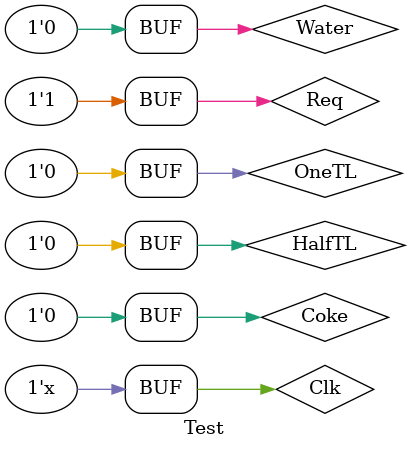
<source format=v>
`timescale 1ns / 1ps


module Test;

	// Inputs
	reg Req;
	reg OneTL;
	reg HalfTL;
	reg Coke;
	reg Water;
	reg Clk;

	// Outputs
	wire Change1;
	wire Change05;
	wire G_Coke;
	wire G_Water;

	// Instantiate the Unit Under Test (UUT)
	VendingMachine uut (
		.Req(Req), 
		.OneTL(OneTL), 
		.HalfTL(HalfTL), 
		.Change1(Change1), 
		.Change05(Change05), 
		.Coke(Coke), 
		.Water(Water), 
		.Clk(Clk), 
		.G_Coke(G_Coke), 
		.G_Water(G_Water)
	);

	initial begin
		// 0,5 Lira Water.
		Req = 1;
		OneTL = 0;
		HalfTL = 0;
		Coke = 0;
		Water = 0;
		Clk = 0;
		#10;
		Req = 0;
		OneTL = 0;
		HalfTL = 1;
		Coke = 0;
		Water = 0;
		#10;
		Req = 0;
		OneTL = 0;
		HalfTL = 0;
		Coke = 0;
		Water = 1;
		#10;
		// 1 Lira Coke.
		Req = 1;
		OneTL = 0;
		HalfTL = 0;
		Coke = 0;
		Water = 0;
		#10;
		Req = 0;
		OneTL = 1;
		HalfTL = 0;
		Coke = 0;
		Water = 0;
		#10;
		Req = 0;
		OneTL = 0;
		HalfTL = 0;
		Coke = 1;
		Water = 0;
		#10;
		// 2 Lira Water.
		Req = 1;
		OneTL = 0;
		HalfTL = 0;
		Coke = 0;
		Water = 0;
		#10;
		Req = 0;
		OneTL = 1;
		HalfTL = 0;
		Coke = 0;
		Water = 0;
		#10;
		Req = 0;
		OneTL = 1;
		HalfTL = 0;
		Coke = 0;
		Water = 0;
		#10;
		Req = 0;
		OneTL = 0;
		HalfTL = 0;
		Coke = 0;
		Water = 1;
		#10;
		// 2 Lira Water.
		Req = 1;
		OneTL = 0;
		HalfTL = 0;
		Coke = 0;
		Water = 0;
		#10;
		Req = 0;
		OneTL = 0;
		HalfTL = 1;
		Coke = 0;
		Water = 0;
		#10;
		Req = 0;
		OneTL = 1;
		HalfTL = 0;
		Coke = 0;
		Water = 0;
		#10;
		Req = 0;
		OneTL = 0;
		HalfTL = 1;
		Coke = 0;
		Water = 0;
		#10;
		Req = 0;
		OneTL = 0;
		HalfTL = 0;
		Coke = 0;
		Water = 1;
		#10;
		// 1,5 Lira Water.
		Req = 1;
		OneTL = 0;
		HalfTL = 0;
		Coke = 0;
		Water = 0;
		#10;
		Req = 0;
		OneTL = 1;
		HalfTL = 0;
		Coke = 0;
		Water = 0;
		#10;
		Req = 0;
		OneTL = 0;
		HalfTL = 1;
		Coke = 0;
		Water = 0;
		#10;
		Req = 0;
		OneTL = 0;
		HalfTL = 0;
		Coke = 0;
		Water = 1;
		#10;
		// 2 Lira Coke.
		Req = 1;
		OneTL = 0;
		HalfTL = 0;
		Coke = 0;
		Water = 0;
		#10;
		Req = 0;
		OneTL = 1;
		HalfTL = 0;
		Coke = 0;
		Water = 0;
		#10;
		Req = 0;
		OneTL = 1;
		HalfTL = 0;
		Coke = 0;
		Water = 0;
		#10;
		Req = 0;
		OneTL = 0;
		HalfTL = 0;
		Coke = 1;
		Water = 0;
		#10;
		// 2,5 Lira Coke.
		Req = 1;
		OneTL = 0;
		HalfTL = 0;
		Coke = 0;
		Water = 0;
		#10;
		Req = 0;
		OneTL = 1;
		HalfTL = 0;
		Coke = 0;
		Water = 0;
		#10;
		Req = 0;
		OneTL = 1;
		HalfTL = 0;
		Coke = 0;
		Water = 0;
		#10;
		Req = 0;
		OneTL = 0;
		HalfTL = 1;
		Coke = 0;
		Water = 0;
		#10;
		Req = 0;
		OneTL = 0;
		HalfTL = 0;
		Coke = 1;
		Water = 0;
		#10;
		// 2,5 Lira Water.
		Req = 1;
		OneTL = 0;
		HalfTL = 0;
		Coke = 0;
		Water = 0;
		#10;
		Req = 0;
		OneTL = 1;
		HalfTL = 0;
		Coke = 0;
		Water = 0;
		#10;
		Req = 0;
		OneTL = 1;
		HalfTL = 0;
		Coke = 0;
		Water = 0;
		#10;
		Req = 0;
		OneTL = 0;
		HalfTL = 1;
		Coke = 0;
		Water = 0;
		#10;
		Req = 0;
		OneTL = 0;
		HalfTL = 0;
		Coke = 0;
		Water = 1;
		#10;
		// 3 Lira Coke.
		Req = 1;
		OneTL = 0;
		HalfTL = 0;
		Coke = 0;
		Water = 0;
		#10;
		Req = 0;
		OneTL = 1;
		HalfTL = 0;
		Coke = 0;
		Water = 0;
		#10;
		Req = 0;
		OneTL = 1;
		HalfTL = 0;
		Coke = 0;
		Water = 0;
		#10;
		Req = 0;
		OneTL = 1;
		HalfTL = 0;
		Coke = 0;
		Water = 0;
		#10;
		Req = 0;
		OneTL = 0;
		HalfTL = 0;
		Coke = 1;
		Water = 0;
		#10;
		// 3 Lira Water.
		Req = 1;
		OneTL = 0;
		HalfTL = 0;
		Coke = 0;
		Water = 0;
		#10;
		Req = 0;
		OneTL = 1;
		HalfTL = 0;
		Coke = 0;
		Water = 0;
		#10;
		Req = 0;
		OneTL = 1;
		HalfTL = 0;
		Coke = 0;
		Water = 0;
		#10;
		Req = 0;
		OneTL = 1;
		HalfTL = 0;
		Coke = 0;
		Water = 0;
		#10;
		Req = 0;
		OneTL = 0;
		HalfTL = 0;
		Coke = 0;
		Water = 1;
		#10;
		//Stop
		Req = 1;
		OneTL = 0;
		HalfTL = 0;
		Coke = 0;
		Water = 0;
		#10;
	end
   always #5 Clk=!Clk;
      
endmodule


</source>
